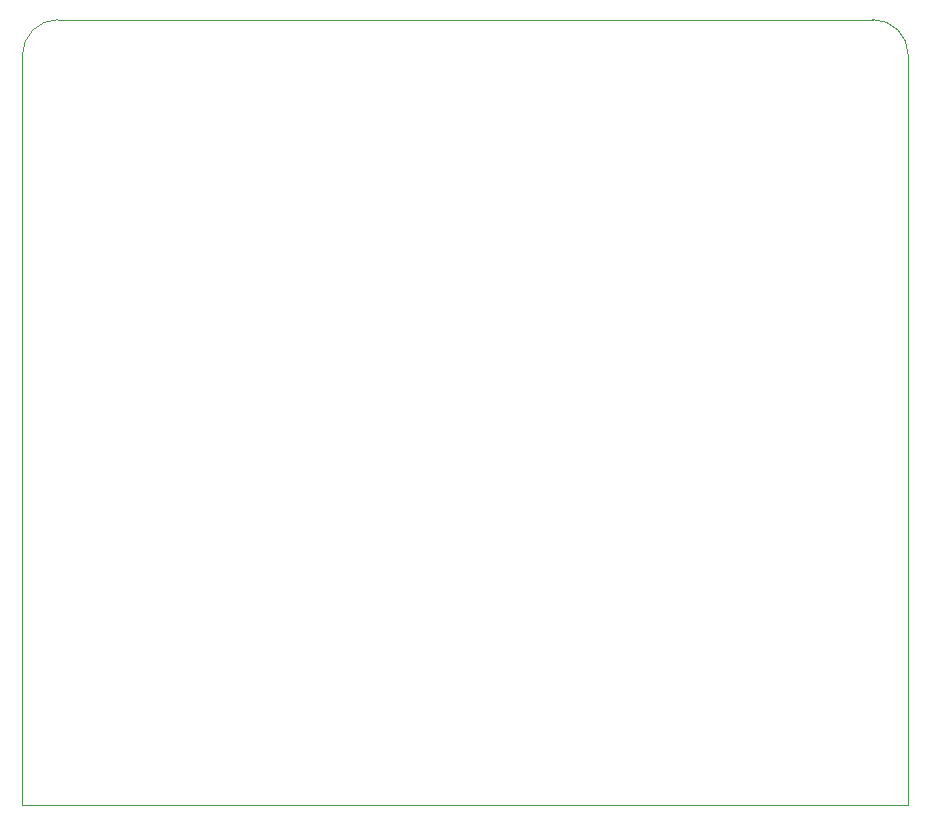
<source format=gbr>
%TF.GenerationSoftware,KiCad,Pcbnew,8.0.6*%
%TF.CreationDate,2024-12-18T15:27:08+01:00*%
%TF.ProjectId,RTR_submodule,5254525f-7375-4626-9d6f-64756c652e6b,rev?*%
%TF.SameCoordinates,Original*%
%TF.FileFunction,Profile,NP*%
%FSLAX46Y46*%
G04 Gerber Fmt 4.6, Leading zero omitted, Abs format (unit mm)*
G04 Created by KiCad (PCBNEW 8.0.6) date 2024-12-18 15:27:08*
%MOMM*%
%LPD*%
G01*
G04 APERTURE LIST*
%TA.AperFunction,Profile*%
%ADD10C,0.050000*%
%TD*%
G04 APERTURE END LIST*
D10*
X101000000Y-128500000D02*
X176000000Y-128500000D01*
X173000000Y-62000000D02*
G75*
G02*
X176000000Y-65000000I0J-3000000D01*
G01*
X176000000Y-128500000D02*
X176000000Y-118000000D01*
X101000000Y-118000000D02*
X101000000Y-128500000D01*
X104000000Y-62000000D02*
X173000000Y-62000000D01*
X176000000Y-65000000D02*
X176000000Y-118000000D01*
X101000000Y-65000000D02*
G75*
G02*
X104000000Y-62000000I3000000J0D01*
G01*
X101000000Y-118000000D02*
X101000000Y-65000000D01*
M02*

</source>
